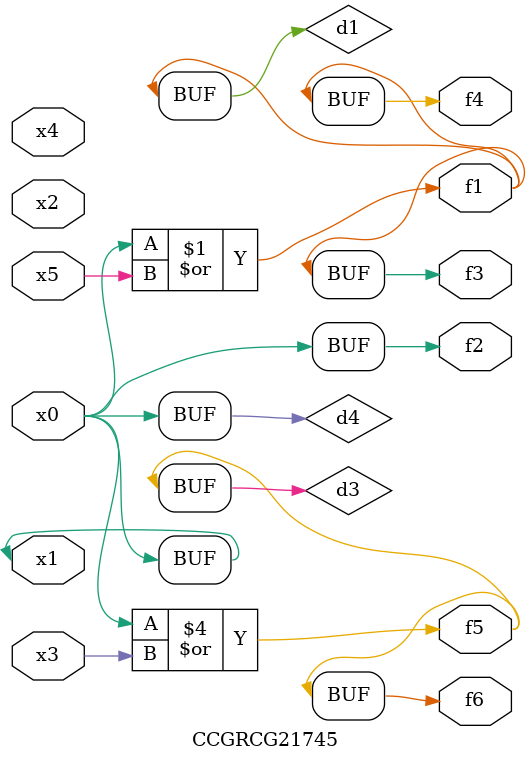
<source format=v>
module CCGRCG21745(
	input x0, x1, x2, x3, x4, x5,
	output f1, f2, f3, f4, f5, f6
);

	wire d1, d2, d3, d4;

	or (d1, x0, x5);
	xnor (d2, x1, x4);
	or (d3, x0, x3);
	buf (d4, x0, x1);
	assign f1 = d1;
	assign f2 = d4;
	assign f3 = d1;
	assign f4 = d1;
	assign f5 = d3;
	assign f6 = d3;
endmodule

</source>
